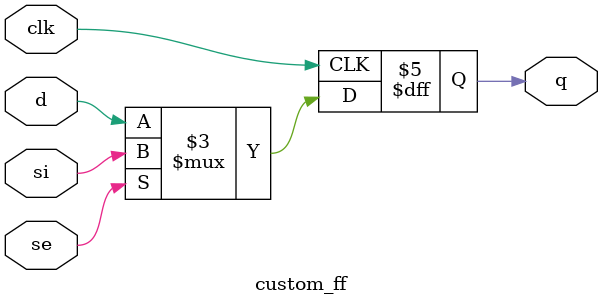
<source format=v>

module custom_ff (
    input wire clk,        // Clock input
    input wire d,          // Data input
    output reg q,          // Output
    input wire si,         // Scan in
    input wire se          // Scan enable
);

    // Flip-flop functionality
    always @(posedge clk) begin
        if (se)             // Only update q when scan enable is high
            q <= si;
        else
            q <= d;         // Assign input to output on positive clock edge
    end

endmodule

</source>
